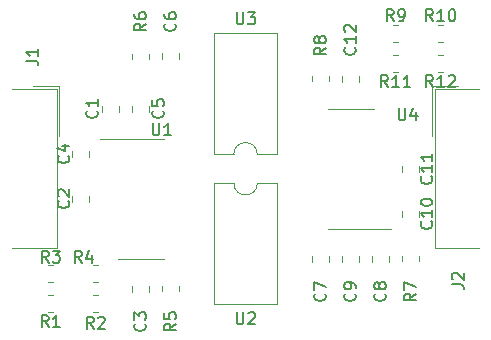
<source format=gbr>
%TF.GenerationSoftware,KiCad,Pcbnew,5.1.8*%
%TF.CreationDate,2020-11-15T10:57:14+00:00*%
%TF.ProjectId,rs232Isolator,72733233-3249-4736-9f6c-61746f722e6b,rev?*%
%TF.SameCoordinates,PX4421680PY42d7d10*%
%TF.FileFunction,Legend,Top*%
%TF.FilePolarity,Positive*%
%FSLAX46Y46*%
G04 Gerber Fmt 4.6, Leading zero omitted, Abs format (unit mm)*
G04 Created by KiCad (PCBNEW 5.1.8) date 2020-11-15 10:57:14*
%MOMM*%
%LPD*%
G01*
G04 APERTURE LIST*
%ADD10C,0.120000*%
%ADD11C,0.150000*%
G04 APERTURE END LIST*
D10*
%TO.C,U4*%
X28890000Y-9940000D02*
X26940000Y-9940000D01*
X28890000Y-9940000D02*
X30840000Y-9940000D01*
X28890000Y-20060000D02*
X26940000Y-20060000D01*
X28890000Y-20060000D02*
X32340000Y-20060000D01*
%TO.C,U1*%
X11110000Y-22600000D02*
X13060000Y-22600000D01*
X11110000Y-22600000D02*
X9160000Y-22600000D01*
X11110000Y-12480000D02*
X13060000Y-12480000D01*
X11110000Y-12480000D02*
X7660000Y-12480000D01*
%TO.C,J2*%
X39740000Y-8276667D02*
X36000000Y-8276667D01*
X36000000Y-8276667D02*
X36000000Y-21723333D01*
X36000000Y-21723333D02*
X39740000Y-21723333D01*
X38000000Y-8036667D02*
X35760000Y-8036667D01*
X35760000Y-8036667D02*
X35760000Y-12230000D01*
%TO.C,U3*%
X21000000Y-13790000D02*
X22650000Y-13790000D01*
X22650000Y-13790000D02*
X22650000Y-3510000D01*
X22650000Y-3510000D02*
X17350000Y-3510000D01*
X17350000Y-3510000D02*
X17350000Y-13790000D01*
X17350000Y-13790000D02*
X19000000Y-13790000D01*
X19000000Y-13790000D02*
G75*
G02*
X21000000Y-13790000I1000000J0D01*
G01*
%TO.C,U2*%
X19000000Y-16210000D02*
X17350000Y-16210000D01*
X17350000Y-16210000D02*
X17350000Y-26490000D01*
X17350000Y-26490000D02*
X22650000Y-26490000D01*
X22650000Y-26490000D02*
X22650000Y-16210000D01*
X22650000Y-16210000D02*
X21000000Y-16210000D01*
X21000000Y-16210000D02*
G75*
G02*
X19000000Y-16210000I-1000000J0D01*
G01*
%TO.C,R12*%
X36737064Y-6845000D02*
X36282936Y-6845000D01*
X36737064Y-5375000D02*
X36282936Y-5375000D01*
%TO.C,R11*%
X32472936Y-5375000D02*
X32927064Y-5375000D01*
X32472936Y-6845000D02*
X32927064Y-6845000D01*
%TO.C,R10*%
X36737064Y-4305000D02*
X36282936Y-4305000D01*
X36737064Y-2835000D02*
X36282936Y-2835000D01*
%TO.C,R9*%
X32472936Y-2835000D02*
X32927064Y-2835000D01*
X32472936Y-4305000D02*
X32927064Y-4305000D01*
%TO.C,R8*%
X25615000Y-7607064D02*
X25615000Y-7152936D01*
X27085000Y-7607064D02*
X27085000Y-7152936D01*
%TO.C,R7*%
X34705000Y-22392936D02*
X34705000Y-22847064D01*
X33235000Y-22392936D02*
X33235000Y-22847064D01*
%TO.C,R6*%
X11845000Y-5247936D02*
X11845000Y-5702064D01*
X10375000Y-5247936D02*
X10375000Y-5702064D01*
%TO.C,R5*%
X14385000Y-24932936D02*
X14385000Y-25387064D01*
X12915000Y-24932936D02*
X12915000Y-25387064D01*
%TO.C,R4*%
X7527064Y-24625000D02*
X7072936Y-24625000D01*
X7527064Y-23155000D02*
X7072936Y-23155000D01*
%TO.C,R3*%
X3262936Y-23155000D02*
X3717064Y-23155000D01*
X3262936Y-24625000D02*
X3717064Y-24625000D01*
%TO.C,R2*%
X7527064Y-27165000D02*
X7072936Y-27165000D01*
X7527064Y-25695000D02*
X7072936Y-25695000D01*
%TO.C,R1*%
X3262936Y-25695000D02*
X3717064Y-25695000D01*
X3262936Y-27165000D02*
X3717064Y-27165000D01*
%TO.C,J1*%
X260000Y-21723333D02*
X4000000Y-21723333D01*
X4000000Y-21723333D02*
X4000000Y-8276667D01*
X4000000Y-8276667D02*
X260000Y-8276667D01*
X2000000Y-8036667D02*
X4240000Y-8036667D01*
X4240000Y-8036667D02*
X4240000Y-12230000D01*
%TO.C,C12*%
X28155000Y-7641252D02*
X28155000Y-7118748D01*
X29625000Y-7641252D02*
X29625000Y-7118748D01*
%TO.C,C11*%
X33235000Y-15261252D02*
X33235000Y-14738748D01*
X34705000Y-15261252D02*
X34705000Y-14738748D01*
%TO.C,C10*%
X34705000Y-18548748D02*
X34705000Y-19071252D01*
X33235000Y-18548748D02*
X33235000Y-19071252D01*
%TO.C,C9*%
X29625000Y-22358748D02*
X29625000Y-22881252D01*
X28155000Y-22358748D02*
X28155000Y-22881252D01*
%TO.C,C8*%
X32165000Y-22358748D02*
X32165000Y-22881252D01*
X30695000Y-22358748D02*
X30695000Y-22881252D01*
%TO.C,C7*%
X27085000Y-22358748D02*
X27085000Y-22881252D01*
X25615000Y-22358748D02*
X25615000Y-22881252D01*
%TO.C,C6*%
X12915000Y-5736252D02*
X12915000Y-5213748D01*
X14385000Y-5736252D02*
X14385000Y-5213748D01*
%TO.C,C5*%
X11845000Y-9658748D02*
X11845000Y-10181252D01*
X10375000Y-9658748D02*
X10375000Y-10181252D01*
%TO.C,C4*%
X5295000Y-13991252D02*
X5295000Y-13468748D01*
X6765000Y-13991252D02*
X6765000Y-13468748D01*
%TO.C,C3*%
X11845000Y-24898748D02*
X11845000Y-25421252D01*
X10375000Y-24898748D02*
X10375000Y-25421252D01*
%TO.C,C2*%
X6765000Y-17278748D02*
X6765000Y-17801252D01*
X5295000Y-17278748D02*
X5295000Y-17801252D01*
%TO.C,C1*%
X7835000Y-10181252D02*
X7835000Y-9658748D01*
X9305000Y-10181252D02*
X9305000Y-9658748D01*
%TO.C,U4*%
D11*
X32954095Y-9880380D02*
X32954095Y-10689904D01*
X33001714Y-10785142D01*
X33049333Y-10832761D01*
X33144571Y-10880380D01*
X33335047Y-10880380D01*
X33430285Y-10832761D01*
X33477904Y-10785142D01*
X33525523Y-10689904D01*
X33525523Y-9880380D01*
X34430285Y-10213714D02*
X34430285Y-10880380D01*
X34192190Y-9832761D02*
X33954095Y-10547047D01*
X34573142Y-10547047D01*
%TO.C,U1*%
X12126095Y-11150380D02*
X12126095Y-11959904D01*
X12173714Y-12055142D01*
X12221333Y-12102761D01*
X12316571Y-12150380D01*
X12507047Y-12150380D01*
X12602285Y-12102761D01*
X12649904Y-12055142D01*
X12697523Y-11959904D01*
X12697523Y-11150380D01*
X13697523Y-12150380D02*
X13126095Y-12150380D01*
X13411809Y-12150380D02*
X13411809Y-11150380D01*
X13316571Y-11293238D01*
X13221333Y-11388476D01*
X13126095Y-11436095D01*
%TO.C,J2*%
X37452380Y-24796666D02*
X38166666Y-24796666D01*
X38309523Y-24844285D01*
X38404761Y-24939523D01*
X38452380Y-25082380D01*
X38452380Y-25177618D01*
X37547619Y-24368094D02*
X37500000Y-24320475D01*
X37452380Y-24225237D01*
X37452380Y-23987142D01*
X37500000Y-23891904D01*
X37547619Y-23844285D01*
X37642857Y-23796666D01*
X37738095Y-23796666D01*
X37880952Y-23844285D01*
X38452380Y-24415713D01*
X38452380Y-23796666D01*
%TO.C,U3*%
X19238095Y-1752380D02*
X19238095Y-2561904D01*
X19285714Y-2657142D01*
X19333333Y-2704761D01*
X19428571Y-2752380D01*
X19619047Y-2752380D01*
X19714285Y-2704761D01*
X19761904Y-2657142D01*
X19809523Y-2561904D01*
X19809523Y-1752380D01*
X20190476Y-1752380D02*
X20809523Y-1752380D01*
X20476190Y-2133333D01*
X20619047Y-2133333D01*
X20714285Y-2180952D01*
X20761904Y-2228571D01*
X20809523Y-2323809D01*
X20809523Y-2561904D01*
X20761904Y-2657142D01*
X20714285Y-2704761D01*
X20619047Y-2752380D01*
X20333333Y-2752380D01*
X20238095Y-2704761D01*
X20190476Y-2657142D01*
%TO.C,U2*%
X19238095Y-27152380D02*
X19238095Y-27961904D01*
X19285714Y-28057142D01*
X19333333Y-28104761D01*
X19428571Y-28152380D01*
X19619047Y-28152380D01*
X19714285Y-28104761D01*
X19761904Y-28057142D01*
X19809523Y-27961904D01*
X19809523Y-27152380D01*
X20238095Y-27247619D02*
X20285714Y-27200000D01*
X20380952Y-27152380D01*
X20619047Y-27152380D01*
X20714285Y-27200000D01*
X20761904Y-27247619D01*
X20809523Y-27342857D01*
X20809523Y-27438095D01*
X20761904Y-27580952D01*
X20190476Y-28152380D01*
X20809523Y-28152380D01*
%TO.C,R12*%
X35867142Y-8086380D02*
X35533809Y-7610190D01*
X35295714Y-8086380D02*
X35295714Y-7086380D01*
X35676666Y-7086380D01*
X35771904Y-7134000D01*
X35819523Y-7181619D01*
X35867142Y-7276857D01*
X35867142Y-7419714D01*
X35819523Y-7514952D01*
X35771904Y-7562571D01*
X35676666Y-7610190D01*
X35295714Y-7610190D01*
X36819523Y-8086380D02*
X36248095Y-8086380D01*
X36533809Y-8086380D02*
X36533809Y-7086380D01*
X36438571Y-7229238D01*
X36343333Y-7324476D01*
X36248095Y-7372095D01*
X37200476Y-7181619D02*
X37248095Y-7134000D01*
X37343333Y-7086380D01*
X37581428Y-7086380D01*
X37676666Y-7134000D01*
X37724285Y-7181619D01*
X37771904Y-7276857D01*
X37771904Y-7372095D01*
X37724285Y-7514952D01*
X37152857Y-8086380D01*
X37771904Y-8086380D01*
%TO.C,R11*%
X32057142Y-8086380D02*
X31723809Y-7610190D01*
X31485714Y-8086380D02*
X31485714Y-7086380D01*
X31866666Y-7086380D01*
X31961904Y-7134000D01*
X32009523Y-7181619D01*
X32057142Y-7276857D01*
X32057142Y-7419714D01*
X32009523Y-7514952D01*
X31961904Y-7562571D01*
X31866666Y-7610190D01*
X31485714Y-7610190D01*
X33009523Y-8086380D02*
X32438095Y-8086380D01*
X32723809Y-8086380D02*
X32723809Y-7086380D01*
X32628571Y-7229238D01*
X32533333Y-7324476D01*
X32438095Y-7372095D01*
X33961904Y-8086380D02*
X33390476Y-8086380D01*
X33676190Y-8086380D02*
X33676190Y-7086380D01*
X33580952Y-7229238D01*
X33485714Y-7324476D01*
X33390476Y-7372095D01*
%TO.C,R10*%
X35867142Y-2498380D02*
X35533809Y-2022190D01*
X35295714Y-2498380D02*
X35295714Y-1498380D01*
X35676666Y-1498380D01*
X35771904Y-1546000D01*
X35819523Y-1593619D01*
X35867142Y-1688857D01*
X35867142Y-1831714D01*
X35819523Y-1926952D01*
X35771904Y-1974571D01*
X35676666Y-2022190D01*
X35295714Y-2022190D01*
X36819523Y-2498380D02*
X36248095Y-2498380D01*
X36533809Y-2498380D02*
X36533809Y-1498380D01*
X36438571Y-1641238D01*
X36343333Y-1736476D01*
X36248095Y-1784095D01*
X37438571Y-1498380D02*
X37533809Y-1498380D01*
X37629047Y-1546000D01*
X37676666Y-1593619D01*
X37724285Y-1688857D01*
X37771904Y-1879333D01*
X37771904Y-2117428D01*
X37724285Y-2307904D01*
X37676666Y-2403142D01*
X37629047Y-2450761D01*
X37533809Y-2498380D01*
X37438571Y-2498380D01*
X37343333Y-2450761D01*
X37295714Y-2403142D01*
X37248095Y-2307904D01*
X37200476Y-2117428D01*
X37200476Y-1879333D01*
X37248095Y-1688857D01*
X37295714Y-1593619D01*
X37343333Y-1546000D01*
X37438571Y-1498380D01*
%TO.C,R9*%
X32533333Y-2498380D02*
X32200000Y-2022190D01*
X31961904Y-2498380D02*
X31961904Y-1498380D01*
X32342857Y-1498380D01*
X32438095Y-1546000D01*
X32485714Y-1593619D01*
X32533333Y-1688857D01*
X32533333Y-1831714D01*
X32485714Y-1926952D01*
X32438095Y-1974571D01*
X32342857Y-2022190D01*
X31961904Y-2022190D01*
X33009523Y-2498380D02*
X33200000Y-2498380D01*
X33295238Y-2450761D01*
X33342857Y-2403142D01*
X33438095Y-2260285D01*
X33485714Y-2069809D01*
X33485714Y-1688857D01*
X33438095Y-1593619D01*
X33390476Y-1546000D01*
X33295238Y-1498380D01*
X33104761Y-1498380D01*
X33009523Y-1546000D01*
X32961904Y-1593619D01*
X32914285Y-1688857D01*
X32914285Y-1926952D01*
X32961904Y-2022190D01*
X33009523Y-2069809D01*
X33104761Y-2117428D01*
X33295238Y-2117428D01*
X33390476Y-2069809D01*
X33438095Y-2022190D01*
X33485714Y-1926952D01*
%TO.C,R8*%
X26802380Y-4752666D02*
X26326190Y-5086000D01*
X26802380Y-5324095D02*
X25802380Y-5324095D01*
X25802380Y-4943142D01*
X25850000Y-4847904D01*
X25897619Y-4800285D01*
X25992857Y-4752666D01*
X26135714Y-4752666D01*
X26230952Y-4800285D01*
X26278571Y-4847904D01*
X26326190Y-4943142D01*
X26326190Y-5324095D01*
X26230952Y-4181238D02*
X26183333Y-4276476D01*
X26135714Y-4324095D01*
X26040476Y-4371714D01*
X25992857Y-4371714D01*
X25897619Y-4324095D01*
X25850000Y-4276476D01*
X25802380Y-4181238D01*
X25802380Y-3990761D01*
X25850000Y-3895523D01*
X25897619Y-3847904D01*
X25992857Y-3800285D01*
X26040476Y-3800285D01*
X26135714Y-3847904D01*
X26183333Y-3895523D01*
X26230952Y-3990761D01*
X26230952Y-4181238D01*
X26278571Y-4276476D01*
X26326190Y-4324095D01*
X26421428Y-4371714D01*
X26611904Y-4371714D01*
X26707142Y-4324095D01*
X26754761Y-4276476D01*
X26802380Y-4181238D01*
X26802380Y-3990761D01*
X26754761Y-3895523D01*
X26707142Y-3847904D01*
X26611904Y-3800285D01*
X26421428Y-3800285D01*
X26326190Y-3847904D01*
X26278571Y-3895523D01*
X26230952Y-3990761D01*
%TO.C,R7*%
X34422380Y-25580666D02*
X33946190Y-25914000D01*
X34422380Y-26152095D02*
X33422380Y-26152095D01*
X33422380Y-25771142D01*
X33470000Y-25675904D01*
X33517619Y-25628285D01*
X33612857Y-25580666D01*
X33755714Y-25580666D01*
X33850952Y-25628285D01*
X33898571Y-25675904D01*
X33946190Y-25771142D01*
X33946190Y-26152095D01*
X33422380Y-25247333D02*
X33422380Y-24580666D01*
X34422380Y-25009238D01*
%TO.C,R6*%
X11562380Y-2720666D02*
X11086190Y-3054000D01*
X11562380Y-3292095D02*
X10562380Y-3292095D01*
X10562380Y-2911142D01*
X10610000Y-2815904D01*
X10657619Y-2768285D01*
X10752857Y-2720666D01*
X10895714Y-2720666D01*
X10990952Y-2768285D01*
X11038571Y-2815904D01*
X11086190Y-2911142D01*
X11086190Y-3292095D01*
X10562380Y-1863523D02*
X10562380Y-2054000D01*
X10610000Y-2149238D01*
X10657619Y-2196857D01*
X10800476Y-2292095D01*
X10990952Y-2339714D01*
X11371904Y-2339714D01*
X11467142Y-2292095D01*
X11514761Y-2244476D01*
X11562380Y-2149238D01*
X11562380Y-1958761D01*
X11514761Y-1863523D01*
X11467142Y-1815904D01*
X11371904Y-1768285D01*
X11133809Y-1768285D01*
X11038571Y-1815904D01*
X10990952Y-1863523D01*
X10943333Y-1958761D01*
X10943333Y-2149238D01*
X10990952Y-2244476D01*
X11038571Y-2292095D01*
X11133809Y-2339714D01*
%TO.C,R5*%
X14102380Y-28120666D02*
X13626190Y-28454000D01*
X14102380Y-28692095D02*
X13102380Y-28692095D01*
X13102380Y-28311142D01*
X13150000Y-28215904D01*
X13197619Y-28168285D01*
X13292857Y-28120666D01*
X13435714Y-28120666D01*
X13530952Y-28168285D01*
X13578571Y-28215904D01*
X13626190Y-28311142D01*
X13626190Y-28692095D01*
X13102380Y-27215904D02*
X13102380Y-27692095D01*
X13578571Y-27739714D01*
X13530952Y-27692095D01*
X13483333Y-27596857D01*
X13483333Y-27358761D01*
X13530952Y-27263523D01*
X13578571Y-27215904D01*
X13673809Y-27168285D01*
X13911904Y-27168285D01*
X14007142Y-27215904D01*
X14054761Y-27263523D01*
X14102380Y-27358761D01*
X14102380Y-27596857D01*
X14054761Y-27692095D01*
X14007142Y-27739714D01*
%TO.C,R4*%
X6117333Y-22945380D02*
X5784000Y-22469190D01*
X5545904Y-22945380D02*
X5545904Y-21945380D01*
X5926857Y-21945380D01*
X6022095Y-21993000D01*
X6069714Y-22040619D01*
X6117333Y-22135857D01*
X6117333Y-22278714D01*
X6069714Y-22373952D01*
X6022095Y-22421571D01*
X5926857Y-22469190D01*
X5545904Y-22469190D01*
X6974476Y-22278714D02*
X6974476Y-22945380D01*
X6736380Y-21897761D02*
X6498285Y-22612047D01*
X7117333Y-22612047D01*
%TO.C,R3*%
X3323333Y-22945380D02*
X2990000Y-22469190D01*
X2751904Y-22945380D02*
X2751904Y-21945380D01*
X3132857Y-21945380D01*
X3228095Y-21993000D01*
X3275714Y-22040619D01*
X3323333Y-22135857D01*
X3323333Y-22278714D01*
X3275714Y-22373952D01*
X3228095Y-22421571D01*
X3132857Y-22469190D01*
X2751904Y-22469190D01*
X3656666Y-21945380D02*
X4275714Y-21945380D01*
X3942380Y-22326333D01*
X4085238Y-22326333D01*
X4180476Y-22373952D01*
X4228095Y-22421571D01*
X4275714Y-22516809D01*
X4275714Y-22754904D01*
X4228095Y-22850142D01*
X4180476Y-22897761D01*
X4085238Y-22945380D01*
X3799523Y-22945380D01*
X3704285Y-22897761D01*
X3656666Y-22850142D01*
%TO.C,R2*%
X7133333Y-28532380D02*
X6800000Y-28056190D01*
X6561904Y-28532380D02*
X6561904Y-27532380D01*
X6942857Y-27532380D01*
X7038095Y-27580000D01*
X7085714Y-27627619D01*
X7133333Y-27722857D01*
X7133333Y-27865714D01*
X7085714Y-27960952D01*
X7038095Y-28008571D01*
X6942857Y-28056190D01*
X6561904Y-28056190D01*
X7514285Y-27627619D02*
X7561904Y-27580000D01*
X7657142Y-27532380D01*
X7895238Y-27532380D01*
X7990476Y-27580000D01*
X8038095Y-27627619D01*
X8085714Y-27722857D01*
X8085714Y-27818095D01*
X8038095Y-27960952D01*
X7466666Y-28532380D01*
X8085714Y-28532380D01*
%TO.C,R1*%
X3323333Y-28406380D02*
X2990000Y-27930190D01*
X2751904Y-28406380D02*
X2751904Y-27406380D01*
X3132857Y-27406380D01*
X3228095Y-27454000D01*
X3275714Y-27501619D01*
X3323333Y-27596857D01*
X3323333Y-27739714D01*
X3275714Y-27834952D01*
X3228095Y-27882571D01*
X3132857Y-27930190D01*
X2751904Y-27930190D01*
X4275714Y-28406380D02*
X3704285Y-28406380D01*
X3990000Y-28406380D02*
X3990000Y-27406380D01*
X3894761Y-27549238D01*
X3799523Y-27644476D01*
X3704285Y-27692095D01*
%TO.C,J1*%
X1452380Y-5870000D02*
X2166666Y-5870000D01*
X2309523Y-5917619D01*
X2404761Y-6012857D01*
X2452380Y-6155714D01*
X2452380Y-6250952D01*
X2452380Y-4870000D02*
X2452380Y-5441428D01*
X2452380Y-5155714D02*
X1452380Y-5155714D01*
X1595238Y-5250952D01*
X1690476Y-5346190D01*
X1738095Y-5441428D01*
%TO.C,C12*%
X29247142Y-4720857D02*
X29294761Y-4768476D01*
X29342380Y-4911333D01*
X29342380Y-5006571D01*
X29294761Y-5149428D01*
X29199523Y-5244666D01*
X29104285Y-5292285D01*
X28913809Y-5339904D01*
X28770952Y-5339904D01*
X28580476Y-5292285D01*
X28485238Y-5244666D01*
X28390000Y-5149428D01*
X28342380Y-5006571D01*
X28342380Y-4911333D01*
X28390000Y-4768476D01*
X28437619Y-4720857D01*
X29342380Y-3768476D02*
X29342380Y-4339904D01*
X29342380Y-4054190D02*
X28342380Y-4054190D01*
X28485238Y-4149428D01*
X28580476Y-4244666D01*
X28628095Y-4339904D01*
X28437619Y-3387523D02*
X28390000Y-3339904D01*
X28342380Y-3244666D01*
X28342380Y-3006571D01*
X28390000Y-2911333D01*
X28437619Y-2863714D01*
X28532857Y-2816095D01*
X28628095Y-2816095D01*
X28770952Y-2863714D01*
X29342380Y-3435142D01*
X29342380Y-2816095D01*
%TO.C,C11*%
X35724142Y-15642857D02*
X35771761Y-15690476D01*
X35819380Y-15833333D01*
X35819380Y-15928571D01*
X35771761Y-16071428D01*
X35676523Y-16166666D01*
X35581285Y-16214285D01*
X35390809Y-16261904D01*
X35247952Y-16261904D01*
X35057476Y-16214285D01*
X34962238Y-16166666D01*
X34867000Y-16071428D01*
X34819380Y-15928571D01*
X34819380Y-15833333D01*
X34867000Y-15690476D01*
X34914619Y-15642857D01*
X35819380Y-14690476D02*
X35819380Y-15261904D01*
X35819380Y-14976190D02*
X34819380Y-14976190D01*
X34962238Y-15071428D01*
X35057476Y-15166666D01*
X35105095Y-15261904D01*
X35819380Y-13738095D02*
X35819380Y-14309523D01*
X35819380Y-14023809D02*
X34819380Y-14023809D01*
X34962238Y-14119047D01*
X35057476Y-14214285D01*
X35105095Y-14309523D01*
%TO.C,C10*%
X35724142Y-19452857D02*
X35771761Y-19500476D01*
X35819380Y-19643333D01*
X35819380Y-19738571D01*
X35771761Y-19881428D01*
X35676523Y-19976666D01*
X35581285Y-20024285D01*
X35390809Y-20071904D01*
X35247952Y-20071904D01*
X35057476Y-20024285D01*
X34962238Y-19976666D01*
X34867000Y-19881428D01*
X34819380Y-19738571D01*
X34819380Y-19643333D01*
X34867000Y-19500476D01*
X34914619Y-19452857D01*
X35819380Y-18500476D02*
X35819380Y-19071904D01*
X35819380Y-18786190D02*
X34819380Y-18786190D01*
X34962238Y-18881428D01*
X35057476Y-18976666D01*
X35105095Y-19071904D01*
X34819380Y-17881428D02*
X34819380Y-17786190D01*
X34867000Y-17690952D01*
X34914619Y-17643333D01*
X35009857Y-17595714D01*
X35200333Y-17548095D01*
X35438428Y-17548095D01*
X35628904Y-17595714D01*
X35724142Y-17643333D01*
X35771761Y-17690952D01*
X35819380Y-17786190D01*
X35819380Y-17881428D01*
X35771761Y-17976666D01*
X35724142Y-18024285D01*
X35628904Y-18071904D01*
X35438428Y-18119523D01*
X35200333Y-18119523D01*
X35009857Y-18071904D01*
X34914619Y-18024285D01*
X34867000Y-17976666D01*
X34819380Y-17881428D01*
%TO.C,C9*%
X29247142Y-25580666D02*
X29294761Y-25628285D01*
X29342380Y-25771142D01*
X29342380Y-25866380D01*
X29294761Y-26009238D01*
X29199523Y-26104476D01*
X29104285Y-26152095D01*
X28913809Y-26199714D01*
X28770952Y-26199714D01*
X28580476Y-26152095D01*
X28485238Y-26104476D01*
X28390000Y-26009238D01*
X28342380Y-25866380D01*
X28342380Y-25771142D01*
X28390000Y-25628285D01*
X28437619Y-25580666D01*
X29342380Y-25104476D02*
X29342380Y-24914000D01*
X29294761Y-24818761D01*
X29247142Y-24771142D01*
X29104285Y-24675904D01*
X28913809Y-24628285D01*
X28532857Y-24628285D01*
X28437619Y-24675904D01*
X28390000Y-24723523D01*
X28342380Y-24818761D01*
X28342380Y-25009238D01*
X28390000Y-25104476D01*
X28437619Y-25152095D01*
X28532857Y-25199714D01*
X28770952Y-25199714D01*
X28866190Y-25152095D01*
X28913809Y-25104476D01*
X28961428Y-25009238D01*
X28961428Y-24818761D01*
X28913809Y-24723523D01*
X28866190Y-24675904D01*
X28770952Y-24628285D01*
%TO.C,C8*%
X31787142Y-25580666D02*
X31834761Y-25628285D01*
X31882380Y-25771142D01*
X31882380Y-25866380D01*
X31834761Y-26009238D01*
X31739523Y-26104476D01*
X31644285Y-26152095D01*
X31453809Y-26199714D01*
X31310952Y-26199714D01*
X31120476Y-26152095D01*
X31025238Y-26104476D01*
X30930000Y-26009238D01*
X30882380Y-25866380D01*
X30882380Y-25771142D01*
X30930000Y-25628285D01*
X30977619Y-25580666D01*
X31310952Y-25009238D02*
X31263333Y-25104476D01*
X31215714Y-25152095D01*
X31120476Y-25199714D01*
X31072857Y-25199714D01*
X30977619Y-25152095D01*
X30930000Y-25104476D01*
X30882380Y-25009238D01*
X30882380Y-24818761D01*
X30930000Y-24723523D01*
X30977619Y-24675904D01*
X31072857Y-24628285D01*
X31120476Y-24628285D01*
X31215714Y-24675904D01*
X31263333Y-24723523D01*
X31310952Y-24818761D01*
X31310952Y-25009238D01*
X31358571Y-25104476D01*
X31406190Y-25152095D01*
X31501428Y-25199714D01*
X31691904Y-25199714D01*
X31787142Y-25152095D01*
X31834761Y-25104476D01*
X31882380Y-25009238D01*
X31882380Y-24818761D01*
X31834761Y-24723523D01*
X31787142Y-24675904D01*
X31691904Y-24628285D01*
X31501428Y-24628285D01*
X31406190Y-24675904D01*
X31358571Y-24723523D01*
X31310952Y-24818761D01*
%TO.C,C7*%
X26707142Y-25580666D02*
X26754761Y-25628285D01*
X26802380Y-25771142D01*
X26802380Y-25866380D01*
X26754761Y-26009238D01*
X26659523Y-26104476D01*
X26564285Y-26152095D01*
X26373809Y-26199714D01*
X26230952Y-26199714D01*
X26040476Y-26152095D01*
X25945238Y-26104476D01*
X25850000Y-26009238D01*
X25802380Y-25866380D01*
X25802380Y-25771142D01*
X25850000Y-25628285D01*
X25897619Y-25580666D01*
X25802380Y-25247333D02*
X25802380Y-24580666D01*
X26802380Y-25009238D01*
%TO.C,C6*%
X14007142Y-2720666D02*
X14054761Y-2768285D01*
X14102380Y-2911142D01*
X14102380Y-3006380D01*
X14054761Y-3149238D01*
X13959523Y-3244476D01*
X13864285Y-3292095D01*
X13673809Y-3339714D01*
X13530952Y-3339714D01*
X13340476Y-3292095D01*
X13245238Y-3244476D01*
X13150000Y-3149238D01*
X13102380Y-3006380D01*
X13102380Y-2911142D01*
X13150000Y-2768285D01*
X13197619Y-2720666D01*
X13102380Y-1863523D02*
X13102380Y-2054000D01*
X13150000Y-2149238D01*
X13197619Y-2196857D01*
X13340476Y-2292095D01*
X13530952Y-2339714D01*
X13911904Y-2339714D01*
X14007142Y-2292095D01*
X14054761Y-2244476D01*
X14102380Y-2149238D01*
X14102380Y-1958761D01*
X14054761Y-1863523D01*
X14007142Y-1815904D01*
X13911904Y-1768285D01*
X13673809Y-1768285D01*
X13578571Y-1815904D01*
X13530952Y-1863523D01*
X13483333Y-1958761D01*
X13483333Y-2149238D01*
X13530952Y-2244476D01*
X13578571Y-2292095D01*
X13673809Y-2339714D01*
%TO.C,C5*%
X12991142Y-10086666D02*
X13038761Y-10134285D01*
X13086380Y-10277142D01*
X13086380Y-10372380D01*
X13038761Y-10515238D01*
X12943523Y-10610476D01*
X12848285Y-10658095D01*
X12657809Y-10705714D01*
X12514952Y-10705714D01*
X12324476Y-10658095D01*
X12229238Y-10610476D01*
X12134000Y-10515238D01*
X12086380Y-10372380D01*
X12086380Y-10277142D01*
X12134000Y-10134285D01*
X12181619Y-10086666D01*
X12086380Y-9181904D02*
X12086380Y-9658095D01*
X12562571Y-9705714D01*
X12514952Y-9658095D01*
X12467333Y-9562857D01*
X12467333Y-9324761D01*
X12514952Y-9229523D01*
X12562571Y-9181904D01*
X12657809Y-9134285D01*
X12895904Y-9134285D01*
X12991142Y-9181904D01*
X13038761Y-9229523D01*
X13086380Y-9324761D01*
X13086380Y-9562857D01*
X13038761Y-9658095D01*
X12991142Y-9705714D01*
%TO.C,C4*%
X4990142Y-13896666D02*
X5037761Y-13944285D01*
X5085380Y-14087142D01*
X5085380Y-14182380D01*
X5037761Y-14325238D01*
X4942523Y-14420476D01*
X4847285Y-14468095D01*
X4656809Y-14515714D01*
X4513952Y-14515714D01*
X4323476Y-14468095D01*
X4228238Y-14420476D01*
X4133000Y-14325238D01*
X4085380Y-14182380D01*
X4085380Y-14087142D01*
X4133000Y-13944285D01*
X4180619Y-13896666D01*
X4418714Y-13039523D02*
X5085380Y-13039523D01*
X4037761Y-13277619D02*
X4752047Y-13515714D01*
X4752047Y-12896666D01*
%TO.C,C3*%
X11467142Y-28120666D02*
X11514761Y-28168285D01*
X11562380Y-28311142D01*
X11562380Y-28406380D01*
X11514761Y-28549238D01*
X11419523Y-28644476D01*
X11324285Y-28692095D01*
X11133809Y-28739714D01*
X10990952Y-28739714D01*
X10800476Y-28692095D01*
X10705238Y-28644476D01*
X10610000Y-28549238D01*
X10562380Y-28406380D01*
X10562380Y-28311142D01*
X10610000Y-28168285D01*
X10657619Y-28120666D01*
X10562380Y-27787333D02*
X10562380Y-27168285D01*
X10943333Y-27501619D01*
X10943333Y-27358761D01*
X10990952Y-27263523D01*
X11038571Y-27215904D01*
X11133809Y-27168285D01*
X11371904Y-27168285D01*
X11467142Y-27215904D01*
X11514761Y-27263523D01*
X11562380Y-27358761D01*
X11562380Y-27644476D01*
X11514761Y-27739714D01*
X11467142Y-27787333D01*
%TO.C,C2*%
X4990142Y-17706666D02*
X5037761Y-17754285D01*
X5085380Y-17897142D01*
X5085380Y-17992380D01*
X5037761Y-18135238D01*
X4942523Y-18230476D01*
X4847285Y-18278095D01*
X4656809Y-18325714D01*
X4513952Y-18325714D01*
X4323476Y-18278095D01*
X4228238Y-18230476D01*
X4133000Y-18135238D01*
X4085380Y-17992380D01*
X4085380Y-17897142D01*
X4133000Y-17754285D01*
X4180619Y-17706666D01*
X4180619Y-17325714D02*
X4133000Y-17278095D01*
X4085380Y-17182857D01*
X4085380Y-16944761D01*
X4133000Y-16849523D01*
X4180619Y-16801904D01*
X4275857Y-16754285D01*
X4371095Y-16754285D01*
X4513952Y-16801904D01*
X5085380Y-17373333D01*
X5085380Y-16754285D01*
%TO.C,C1*%
X7403142Y-10086666D02*
X7450761Y-10134285D01*
X7498380Y-10277142D01*
X7498380Y-10372380D01*
X7450761Y-10515238D01*
X7355523Y-10610476D01*
X7260285Y-10658095D01*
X7069809Y-10705714D01*
X6926952Y-10705714D01*
X6736476Y-10658095D01*
X6641238Y-10610476D01*
X6546000Y-10515238D01*
X6498380Y-10372380D01*
X6498380Y-10277142D01*
X6546000Y-10134285D01*
X6593619Y-10086666D01*
X7498380Y-9134285D02*
X7498380Y-9705714D01*
X7498380Y-9420000D02*
X6498380Y-9420000D01*
X6641238Y-9515238D01*
X6736476Y-9610476D01*
X6784095Y-9705714D01*
%TD*%
M02*

</source>
